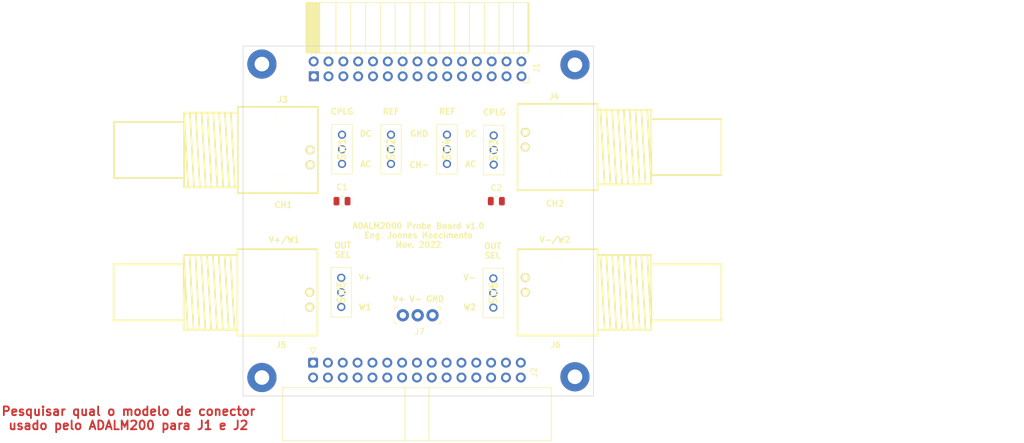
<source format=kicad_pcb>
(kicad_pcb (version 20211014) (generator pcbnew)
  (title_block (title "ADALM2000 Probe Board") (date "2022-11-30") (company "Eng. Jonnes Nascimento") (comment 1 "Others: Blue mask with white silk") (comment 2 "Layers: 4 (2 surfaces and 2 GND central layers)") (comment 3 "Board size: 6 cm x 6 cm"))
  (layers (0 "F.Cu" signal) (31 "B.Cu" signal) (34 "B.Paste" user) (35 "F.Paste" user) (36 "B.SilkS" user "B.Silkscreen") (37 "F.SilkS" user "F.Silkscreen") (38 "B.Mask" user) (39 "F.Mask" user) (44 "Edge.Cuts" user))
  (net 0 "")
  (net 1 "Net-(C1-Pad1)")
  (net 2 "Net-(C1-Pad2)")
  (net 3 "Net-(C2-Pad1)")
  (net 4 "Net-(C2-Pad2)")
  (net 5 "1+")
  (net 6 "1-")
  (net 7 "2+")
  (net 8 "2-")
  (net 9 "GND1")
  (net 10 "GND3")
  (net 11 "V+")
  (net 12 "V-")
  (net 13 "W1")
  (net 14 "W2")
  (net 15 "GND2")
  (net 16 "GND4")
  (net 17 "TI")
  (net 18 "TO")
  (net 19 "0")
  (net 20 "8")
  (net 21 "1")
  (net 22 "9")
  (net 23 "2")
  (net 24 "10")
  (net 25 "3")
  (net 26 "11")
  (net 27 "4")
  (net 28 "12")
  (net 29 "5")
  (net 30 "13")
  (net 31 "6")
  (net 32 "14")
  (net 33 "7")
  (net 34 "15")
  (net 35 "Net-(J3-Pad2)")
  (net 36 "Net-(J4-Pad2)")
  (net 37 "Net-(J5-Pad1)")
  (net 38 "Net-(J6-Pad1)")
  (footprint "digikey-footprints:PinHeader_1x3_P2.54_Drill1.1mm" (layer "F.Cu") (at 145.161 112.395)
    (fp_text reference "J7" (at 2.85 2.794) (layer "F.SilkS"))
    (fp_text value "V+/V- OUT")
    (fp_line (start 6.5 -1.4) (end 6.5 -0.9) (layer "F.SilkS") (width 0.1))
    (fp_line (start -1.4 -1.4) (end -1.4 -0.9) (layer "F.SilkS") (width 0.1))
    (fp_line (start -1.4 1.4) (end -1.4 0.9) (layer "F.SilkS") (width 0.1))
    (fp_line (start 6.5 -1.4) (end 6 -1.4) (layer "F.SilkS") (width 0.1))
    (fp_line (start 6.5 1.4) (end 6.5 0.9) (layer "F.SilkS") (width 0.1))
    (fp_line (start -1.4 1.4) (end -0.9 1.4) (layer "F.SilkS") (width 0.1))
    (fp_line (start -1.4 -1.4) (end -0.9 -1.4) (layer "F.SilkS") (width 0.1))
    (fp_line (start 6.5 1.4) (end 6 1.4) (layer "F.SilkS") (width 0.1))
    (pad "1" thru_hole circle locked (at 0 0) (size 2.1 2.1) (drill 1.1) (layers *.Cu *.Mask) (net 11 "V+"))
    (pad "2" thru_hole circle locked (at 2.54 0) (size 2.1 2.1) (drill 1.1) (layers *.Cu *.Mask) (net 12 "V-"))
    (pad "3" thru_hole circle locked (at 5.08 0) (size 2.1 2.1) (drill 1.1) (layers *.Cu *.Mask) (net 16 "GND4"))
  )
  (footprint "KiCad:SS12D00G3" (layer "F.Cu") (at 160.655 108.585 -90)
    (fp_text reference "SW6" (at 0 0 90) (layer "F.SilkS") (effects (font (size 1.27 1.27) (thickness 0.254))))
    (fp_text value "SW_OUT_2" hide)
    (fp_line (start 4.25 1.75) (end -4.25 1.75) (layer "F.SilkS") (width 0.1))
    (fp_line (start -4.25 -1.75) (end 4.25 -1.75) (layer "F.SilkS") (width 0.1))
    (fp_line (start -4.25 1.75) (end -4.25 -1.75) (layer "F.SilkS") (width 0.1))
    (fp_line (start 4.25 -1.75) (end 4.25 1.75) (layer "F.SilkS") (width 0.1))
    (pad "1" thru_hole circle locked (at -2.5 0 270) (size 1.4 1.4) (drill 0.9) (layers *.Cu *.Mask) (net 12 "V-"))
    (pad "2" thru_hole circle locked (at 0 0 270) (size 1.4 1.4) (drill 0.9) (layers *.Cu *.Mask) (net 38 "Net-(J6-Pad1)"))
    (pad "3" thru_hole circle locked (at 2.5 0 270) (size 1.4 1.4) (drill 0.9) (layers *.Cu *.Mask) (net 14 "W2"))
  )
  (footprint "MountingHole:MountingHole_2.5mm_Pad_TopBottom" (layer "F.Cu") (at 121.031 69.342)
    (fp_text reference "REF**" hide)
    (fp_text value "MountingHole_2.5mm_Pad_TopBottom")
    (pad "1" thru_hole circle (at 0 0) (size 2.9 2.9) (drill 2.5) (layers *.Cu *.Mask))
    (pad "1" connect circle (at 0 0) (size 5 5) (layers "B.Cu" "B.Mask"))
    (pad "1" connect circle (at 0 0) (size 5 5) (layers "F.Cu" "F.Mask"))
  )
  (footprint "w_conn_rf:bnc_90_1-1337543-0" (layer "F.Cu") (at 116.907 84.074 -90)
    (fp_text reference "J3" (at -8.636 -7.68) (layer "F.SilkS") (effects (font (thickness 0.2))))
    (fp_text value "CH1" (at 9.398 -7.807) (layer "F.SilkS") (effects (font (thickness 0.2))))
    (fp_line (start -7.4 0) (end 7.4 0) (layer "F.SilkS") (width 0.3))
    (fp_line (start -6.4 1.2) (end 6.4 0.5) (layer "F.SilkS") (width 0.3))
    (fp_line (start 7.4 0) (end 7.4 -13.7) (layer "F.SilkS") (width 0.3))
    (fp_line (start -6.4 4.2) (end 6.4 3.5) (layer "F.SilkS") (width 0.3))
    (fp_line (start 6.4 9.2) (end 6.4 0) (layer "F.SilkS") (width 0.3))
    (fp_line (start -6.4 9.2) (end 6.4 9.2) (layer "F.SilkS") (width 0.3))
    (fp_line (start -6.4 9.2) (end 6.4 8.5) (layer "F.SilkS") (width 0.3))
    (fp_line (start -6.4 2.2) (end 6.4 1.5) (layer "F.SilkS") (width 0.3))
    (fp_line (start -6.4 8.2) (end 6.4 7.5) (layer "F.SilkS") (width 0.3))
    (fp_line (start -6.4 3.2) (end 6.4 2.5) (layer "F.SilkS") (width 0.3))
    (fp_line (start 4.8 21.2) (end 4.8 9.2) (layer "F.SilkS") (width 0.3))
    (fp_line (start -6.4 9.2) (end -6.4 0) (layer "F.SilkS") (width 0.3))
    (fp_line (start -6.4 5.2) (end 6.4 4.5) (layer "F.SilkS") (width 0.3))
    (fp_line (start -6.4 6.2) (end 6.4 5.5) (layer "F.SilkS") (width 0.3))
    (fp_line (start -6.4 7.2) (end 6.4 6.5) (layer "F.SilkS") (width 0.3))
    (fp_line (start -7.4 -13.7) (end 7.4 -13.7) (layer "F.SilkS") (width 0.3))
    (fp_line (start -4.8 21.2) (end 4.8 21.2) (layer "F.SilkS") (width 0.3))
    (fp_line (start -7.4 -13.7) (end -7.4 0) (layer "F.SilkS") (width 0.3))
    (fp_line (start -4.8 21.2) (end -4.8 9.2) (layer "F.SilkS") (width 0.3))
    (pad "" np_thru_hole circle locked (at 5.08 -7.3 270) (size 2.1 2.1) (drill 2.1) (layers *.Cu *.Mask "F.SilkS"))
    (pad "" np_thru_hole circle locked (at -5.08 -7.3 270) (size 2.1 2.1) (drill 2.1) (layers *.Cu *.Mask "F.SilkS"))
    (pad "1" thru_hole circle locked (at 0 -12.38 270) (size 1.5 1.5) (drill 0.9) (layers *.Cu *.Mask "F.SilkS") (net 2 "Net-(C1-Pad2)"))
    (pad "2" thru_hole circle locked (at 2.54 -12.38 270) (size 1.5 1.5) (drill 0.9) (layers *.Cu *.Mask "F.SilkS") (net 35 "Net-(J3-Pad2)"))
  )
  (footprint "MountingHole:MountingHole_2.5mm_Pad_TopBottom" (layer "F.Cu") (at 121.031 123.063)
    (fp_text reference "REF**" hide)
    (fp_text value "MountingHole_2.5mm_Pad_TopBottom")
    (pad "1" connect circle (at 0 0) (size 5 5) (layers "F.Cu" "F.Mask"))
    (pad "1" connect circle (at 0 0) (size 5 5) (layers "B.Cu" "B.Mask"))
    (pad "1" thru_hole circle (at 0 0) (size 2.9 2.9) (drill 2.5) (layers *.Cu *.Mask))
  )
  (footprint "MountingHole:MountingHole_2.5mm_Pad_TopBottom" (layer "F.Cu") (at 174.625 69.469)
    (fp_text reference "REF**" hide)
    (fp_text value "MountingHole_2.5mm_Pad_TopBottom")
    (pad "1" connect circle (at 0 0) (size 5 5) (layers "F.Cu" "F.Mask"))
    (pad "1" connect circle (at 0 0) (size 5 5) (layers "B.Cu" "B.Mask"))
    (pad "1" thru_hole circle (at 0 0) (size 2.9 2.9) (drill 2.5) (layers *.Cu *.Mask))
  )
  (footprint "KiCad:SS12D00G3" (layer "F.Cu") (at 160.716 84.074 -90)
    (fp_text reference "SW3" (at 0 0 90) (layer "F.SilkS") (effects (font (size 1.27 1.27) (thickness 0.254))))
    (fp_text value "SW_CH2_CPL" hide)
    (fp_line (start 4.25 1.75) (end -4.25 1.75) (layer "F.SilkS") (width 0.1))
    (fp_line (start -4.25 1.75) (end -4.25 -1.75) (layer "F.SilkS") (width 0.1))
    (fp_line (start -4.25 -1.75) (end 4.25 -1.75) (layer "F.SilkS") (width 0.1))
    (fp_line (start 4.25 -1.75) (end 4.25 1.75) (layer "F.SilkS") (width 0.1))
    (pad "1" thru_hole circle locked (at -2.5 0 270) (size 1.4 1.4) (drill 0.9) (layers *.Cu *.Mask) (net 4 "Net-(C2-Pad2)"))
    (pad "2" thru_hole circle locked (at 0 0 270) (size 1.4 1.4) (drill 0.9) (layers *.Cu *.Mask) (net 7 "2+"))
    (pad "3" thru_hole circle locked (at 2.5 0 270) (size 1.4 1.4) (drill 0.9) (layers *.Cu *.Mask) (net 3 "Net-(C2-Pad1)"))
  )
  (footprint "Jonnes Library:PinSocket_2x15_P2.54mm_Horizontal" (layer "F.Cu") (at 147.701 63.119)
    (fp_text reference "J1" (at 20.32 6.858 90) (layer "F.SilkS"))
    (fp_text value "ADALM200 INPUT")
    (fp_line (start -10.54905 6.825) (end -10.54905 7.265) (layer "F.SilkS") (width 0.12))
    (fp_line (start 3.78095 -4.315) (end 3.78095 4.315) (layer "F.SilkS") (width 0.12))
    (fp_line (start -17.943095 -4.315) (end -17.943095 4.315) (layer "F.SilkS") (width 0.12))
    (fp_line (start 11.40095 -4.315) (end 11.40095 4.315) (layer "F.SilkS") (width 0.12))
    (fp_line (start 14.85095 6.825) (end 14.85095 7.265) (layer "F.SilkS") (width 0.12))
    (fp_line (start -16.998335 -4.315) (end -16.998335 4.315) (layer "F.SilkS") (width 0.12))
    (fp_line (start 13.94095 -4.315) (end 13.94095 4.315) (layer "F.SilkS") (width 0.12))
    (fp_line (start -18.76976 -4.315) (end -18.76976 4.315) (layer "F.SilkS") (width 0.12))
    (fp_line (start 5.41095 6.825) (end 5.41095 7.265) (layer "F.SilkS") (width 0.12))
    (fp_line (start -16.88024 -4.315) (end -16.88024 4.315) (layer "F.SilkS") (width 0.12))
    (fp_line (start 7.95095 4.315) (end 7.95095 4.725) (layer "F.SilkS") (width 0.12))
    (fp_line (start -17.470715 -4.315) (end -17.470715 4.315) (layer "F.SilkS") (width 0.12))
    (fp_line (start -6.37905 -4.315) (end -6.37905 4.315) (layer "F.SilkS") (width 0.12))
    (fp_line (start -17.58881 -4.315) (end -17.58881 4.315) (layer "F.SilkS") (width 0.12))
    (fp_line (start 18.842855 -4.315) (end 18.842855 4.315) (layer "F.SilkS") (width 0.12))
    (fp_line (start -10.54905 4.315) (end -10.54905 4.725) (layer "F.SilkS") (width 0.12))
    (fp_line (start 9.77095 6.825) (end 9.77095 7.265) (layer "F.SilkS") (width 0.12))
    (fp_line (start 10.49095 6.825) (end 10.49095 7.265) (layer "F.SilkS") (width 0.12))
    (fp_line (start 18.11095 6.825) (end 18.11095 7.205) (layer "F.SilkS") (width 0.12))
    (fp_line (start 8.86095 -4.315) (end 8.86095 4.315) (layer "F.SilkS") (width 0.12))
    (fp_line (start -18.887855 -4.315) (end -18.887855 4.315) (layer "F.SilkS") (width 0.12))
    (fp_line (start -4.74905 4.315) (end -4.74905 4.725) (layer "F.SilkS") (width 0.12))
    (fp_line (start -12.36905 4.315) (end -12.36905 4.725) (layer "F.SilkS") (width 0.12))
    (fp_line (start -17.35262 -4.315) (end -17.35262 4.315) (layer "F.SilkS") (width 0.12))
    (fp_line (start -17.706905 -4.315) (end -17.706905 4.315) (layer "F.SilkS") (width 0.12))
    (fp_line (start 10.49095 4.315) (end 10.49095 4.725) (layer "F.SilkS") (width 0.12))
    (fp_line (start 0.33095 4.315) (end 0.33095 4.725) (layer "F.SilkS") (width 0.12))
    (fp_line (start 4.69095 6.825) (end 4.69095 7.265) (layer "F.SilkS") (width 0.12))
    (fp_line (start -7.28905 4.315) (end -7.28905 4.725) (layer "F.SilkS") (width 0.12))
    (fp_line (start -18.651665 -4.315) (end -18.651665 4.315) (layer "F.SilkS") (width 0.12))
    (fp_line (start -15.62905 4.315) (end -15.62905 4.725) (layer "F.SilkS") (width 0.12))
    (fp_line (start -0.38905 6.825) (end -0.38905 7.265) (layer "F.SilkS") (width 0.12))
    (fp_line (start 7.23095 4.315) (end 7.23095 4.725) (layer "F.SilkS") (width 0.12))
    (fp_line (start -17.44905 6.825) (end -17.44905 7.265) (layer "F.SilkS") (width 0.12))
    (fp_line (start 13.03095 6.825) (end 13.03095 7.265) (layer "F.SilkS") (width 0.12))
    (fp_line (start -2.92905 4.315) (end -2.92905 4.725) (layer "F.SilkS") (width 0.12))
    (fp_line (start -18.16905 4.315) (end -18.16905 4.725) (layer "F.SilkS") (width 0.12))
    (fp_line (start -16.762145 -4.315) (end -16.762145 4.315) (layer "F.SilkS") (width 0.12))
    (fp_line (start -7.28905 6.825) (end -7.28905 7.265) (layer "F.SilkS") (width 0.12))
    (fp_line (start 19.08095 4.315) (end -19.13905 4.315) (layer "F.SilkS") (width 0.12))
    (fp_line (start 14.85095 4.315) (end 14.85095 4.725) (layer "F.SilkS") (width 0.12))
    (fp_line (start -18.16905 6.825) (end -18.16905 7.265) (layer "F.SilkS") (width 0.12))
    (fp_line (start 7.95095 6.825) (end 7.95095 7.265) (layer "F.SilkS") (width 0.12))
    (fp_line (start -13.08905 4.315) (end -13.08905 4.725) (layer "F.SilkS") (width 0.12))
    (fp_line (start -11.45905 -4.315) (end -11.45905 4.315) (layer "F.SilkS") (width 0.12))
    (fp_line (start 2.15095 6.825) (end 2.15095 7.265) (layer "F.SilkS") (width 0.12))
    (fp_line (start -14.90905 4.315) (end -14.90905 4.725) (layer "F.SilkS") (width 0.12))
    (fp_line (start 4.69095 4.315) (end 4.69095 4.725) (layer "F.SilkS") (width 0.12))
    (fp_line (start -9.82905 4.315) (end -9.82905 4.725) (layer "F.SilkS") (width 0.12))
    (fp_line (start 13.03095 4.315) (end 13.03095 4.725) (layer "F.SilkS") (width 0.12))
    (fp_line (start 6.32095 -4.315) (end 6.32095 4.315) (layer "F.SilkS") (width 0.12))
    (fp_line (start 15.57095 4.315) (end 15.57095 4.725) (layer "F.SilkS") (width 0.12))
    (fp_line (start -8.00905 4.315) (end -8.00905 4.725) (layer "F.SilkS") (width 0.12))
    (fp_line (start -8.00905 6.825) (end -8.00905 7.265) (layer "F.SilkS") (width 0.12))
    (fp_line (start 2.87095 6.825) (end 2.87095 7.265) (layer "F.SilkS") (width 0.12))
    (fp_line (start 12.31095 4.315) (end 12.31095 4.725) (layer "F.SilkS") (width 0.12))
    (fp_line (start 18.11095 4.315) (end 18.11095 4.725) (layer "F.SilkS") (width 0.12))
    (fp_line (start -5.46905 4.315) (end -5.46905 4.725) (layer "F.SilkS") (width 0.12))
    (fp_line (start -19.13905 -4.315) (end -19.13905 4.315) (layer "F.SilkS") (width 0.12))
    (fp_line (start 7.23095 6.825) (end 7.23095 7.265) (layer "F.SilkS") (width 0.12))
    (fp_line (start 2.15095 4.315) (end 2.15095 4.725) (layer "F.SilkS") (width 0.12))
    (fp_line (start -12.36905 6.825) (end -12.36905 7.265) (layer "F.SilkS") (width 0.12))
    (fp_line (start -13.99905 -4.315) (end -13.99905 4.315) (layer "F.SilkS") (width 0.12))
    (fp_line (start -17.44905 4.315) (end -17.44905 4.725) (layer "F.SilkS") (width 0.12))
    (fp_line (start -18.179285 -4.315) (end -18.179285 4.315) (layer "F.SilkS") (width 0.12))
    (fp_line (start -18.06119 -4.315) (end -18.06119 4.315) (layer "F.SilkS") (width 0.12))
    (fp_line (start -14.90905 6.825) (end -14.90905 7.265) (layer "F.SilkS") (width 0.12))
    (fp_line (start 9.77095 4.315) (end 9.77095 4.725) (layer "F.SilkS") (width 0.12))
    (fp_line (start 19.08095 9.425) (end 17.75095 9.425) (layer "F.SilkS") (width 0.12))
    (fp_line (start -0.38905 4.315) (end -0.38905 4.725) (layer "F.SilkS") (width 0.12))
    (fp_line (start -2.92905 6.825) (end -2.92905 7.265) (layer "F.SilkS") (width 0.12))
    (fp_line (start 0.33095 6.825) (end 0.33095 7.265) (layer "F.SilkS") (width 0.12))
    (fp_line (start -17.11643 -4.315) (end -17.11643 4.315) (layer "F.SilkS") (width 0.12))
    (fp_line (start -5.46905 6.825) (end -5.46905 7.265) (layer "F.SilkS") (width 0.12))
    (fp_line (start 19.08095 -4.315) (end -19.13905 -4.315) (layer "F.SilkS") (width 0.12))
    (fp_line (start -9.82905 6.825) (end -9.82905 7.265) (layer "F.SilkS") (width 0.12))
    (fp_line (start -15.62905 6.825) (end -15.62905 7.265) (layer "F.SilkS") (width 0.12))
    (fp_line (start -18.29738 -4.315) (end -18.29738 4.315) (layer "F.SilkS") (width 0.12))
    (fp_line (start 19.08095 8.315) (end 19.08095 9.425) (layer "F.SilkS") (width 0.12))
    (fp_line (start 18.96095 -4.315) (end 18.96095 4.315) (layer "F.SilkS") (width 0.12))
    (fp_line (start -17.234525 -4.315) (end -17.234525 4.315) (layer "F.SilkS") (width 0.12))
    (fp_line (start 2.87095 4.315) (end 2.87095 4.725) (layer "F.SilkS") (width 0.12))
    (fp_line (start -3.83905 -4.315) (end -3.83905 4.315) (layer "F.SilkS") (width 0.12))
    (fp_line (start 19.08095 -4.315) (end 19.08095 4.315) (layer "F.SilkS") (width 0.12))
    (fp_line (start 1.24095 -4.315) (end 1.24095 4.315) (layer "F.SilkS") (width 0.12))
    (fp_line (start 12.31095 6.825) (end 12.31095 7.265) (layer "F.SilkS") (width 0.12))
    (fp_line (start -4.74905 6.825) (end -4.74905 7.265) (layer "F.SilkS") (width 0.12))
    (fp_line (start -2.20905 4.315) (end -2.20905 4.725) (layer "F.SilkS") (width 0.12))
    (fp_line (start -17.825 -4.315) (end -17.825 4.315) (layer "F.SilkS") (width 0.12))
    (fp_line (start 17.39095 6.825) (end 17.39095 7.205) (layer "F.SilkS") (width 0.12))
    (fp_line (start -18.415475 -4.315) (end -18.415475 4.315) (layer "F.SilkS") (width 0.12))
    (fp_line (start -8.91905 -4.315) (end -8.91905 4.315) (layer "F.SilkS") (width 0.12))
    (fp_line (start -2.20905 6.825) (end -2.20905 7.265) (layer "F.SilkS") (width 0.12))
    (fp_line (start 17.39095 4.315) (end 17.39095 4.725) (layer "F.SilkS") (width 0.12))
    (fp_line (start -19.005955 -4.315) (end -19.005955 4.315) (layer "F.SilkS") (width 0.12))
    (fp_line (start -18.53357 -4.315) (end -18.53357 4.315) (layer "F.SilkS") (width 0.12))
    (fp_line (start 15.57095 6.825) (end 15.57095 7.265) (layer "F.SilkS") (width 0.12))
    (fp_line (start -13.08905 6.825) (end -13.08905 7.265) (layer "F.SilkS") (width 0.12))
    (fp_line (start 16.375 -4.34) (end 16.375 4.29) (layer "F.SilkS") (width 0.12))
    (fp_line (start 5.41095 4.315) (end 5.41095 4.725) (layer "F.SilkS") (width 0.12))
    (fp_line (start -1.29905 -4.315) (end -1.29905 4.315) (layer "F.SilkS") (width 0.12))
    (pad "1" thru_hole rect (at -17.78 8.315 270) (size 1.7 1.7) (drill 1) (layers *.Cu *.Mask) (net 5 "1+"))
    (pad "2" thru_hole oval (at -15.26905 8.315 270) (size 1.7 1.7) (drill 1) (layers *.Cu *.Mask) (net 6 "1-"))
    (pad "3" thru_hole oval (at -12.72905 8.315 270) (size 1.7 1.7) (drill 1) (layers *.Cu *.Mask) (net 7 "2+"))
    (pad "4" thru_hole oval (at -10.18905 8.315 270) (size 1.7 1.7) (drill 1) (layers *.Cu *.Mask) (net 8 "2-"))
    (pad "5" thru_hole oval (at -7.64905 8.315 270) (size 1.7 1.7) (drill 1) (layers *.Cu *.Mask) (net 9 "GND1"))
    (pad "6" thru_hole oval (at -5.10905 8.315 270) (size 1.7 1.7) (drill 1) (layers *.Cu *.Mask) (net 10 "GND3"))
    (pad "7" thru_hole oval (at -2.56905 8.315 270) (size 1.7 1.7) (drill 1) (layers *.Cu *.Mask) (net 11 "V+"))
    (pad "8" thru_hole oval (at -0.02905 8.315 270) (size 1.7 1.7) (drill 1) (layers *.Cu *.Mask) (net 12 "V-"))
    (pad "9" thru_hole oval (at 2.51095 8.315 270) (size 1.7 1.7) (drill 1) (layers *.Cu *.Mask) (net 13 "W1"))
    (pad "10" thru_hole oval (at 5.05095 8.315 270) (size 1.7 1.7) (drill 1) (layers *.Cu *.Mask) (net 14 "W2"))
    (pad "11" thru_hole oval (at 7.59095 8.315 270) (size 1.7 1.7) (drill 1) (layers *.Cu *.Mask) (net 15 "GND2"))
    (pad "12" thru_hole oval (at 10.13095 8.315 270) (size 1.7 1.7) (drill 1) (layers *.Cu *.Mask) (net 16 "GND4"))
    (pad "13" thru_hole oval (at 12.67095 8.315 270) (size 1.7 1.7) (drill 1) (layers *.Cu *.Mask) (net 17 "TI"))
    (pad "14" thru_hole oval (at 15.21095 8.315 270) (size 1.7 1.7) (drill 1) (layers *.Cu *.Mask) (net 18 "TO"))
    (pad "15" thru_hole oval (at 17.78 8.315 270) (size 1.7 1.7) (drill 1) (layers *.Cu *.Mask) (net 19 "0"))
    (pad "16" thru_hole oval (at -17.80905 5.775 270) (size 1.7 1.7) (drill 1) (layers *.Cu *.Mask) (net 20 "8"))
    (pad "17" thru_hole oval (at -15.26905 5.775 270) (size 1.7 1.7) (drill 1) (layers *.Cu *.Mask) (net 21 "1"))
    (pad "18" thru_hole oval (at -12.72905 5.775 270) (size 1.7 1.7) (drill 1) (layers *.Cu *.Mask) (net 22 "9"))
    (pad "19" thru_hole oval (at -10.18905 5.775 270) (size 1.7 1.7) (drill 1) (layers *.Cu *.Mask) (net 23 "2"))
    (pad "20" thru_hole oval (at -7.64905 5.775 270) (size 1.7 1.7) (drill 1) (layers *.Cu *.Mask) (net 24 "10"))
    (pad "21" thru_hole oval (at -5.10905 5.775 270) (size 1.7 1.7) (drill 1) (layers *.Cu *.Mask) (net 25 "3"))
    (pad "22" thru_hole oval (at -2.56905 5.775 270) (size 1.7 1.7) (drill 1) (layers *.Cu *.Mask) (net 26 "11"))
    (pad "23" thru_hole oval (at -0.02905 5.775 270) (size 1.7 1.7) (drill 1) (layers *.Cu *.Mask) (net 27 "4"))
    (pad "24" thru_hole oval (at 2.51095 5.775 270) (size 1.7 1.7) (drill 1) (layers *.Cu *.Mask) (net 28 "12"))
    (pad "25" thru_hole oval (at 5.05095 5.775 270) (size 1.7 1.7) (drill 1) (layers *.Cu *.Mask) (net 29 "5"))
    (pad "26" thru_hole oval (at 7.59095 5.775 270) (size 1.7 1.7) (drill 1) (layers *.Cu *.Mask) (net 30 "13"))
    (pad "27" thru_hole oval (at 10.13095 5.775 270) (size 1.7 1.7) (drill 1) (layers *.Cu *.Mask) (net 31 "6"))
    (pad "28" thru_hole oval (at 12.67095 5.775 270) (size 1.7 1.7) (drill 1) (layers *.Cu *.Mask) (net 32 "14"))
    (pad "29" thru_hole oval (at 15.21095 5.775 270) (size 1.7 1.7) (drill 1) (layers *.Cu *.Mask) (net 33 "7"))
    (pad "30" thru_hole oval (at 17.75095 5.775 270) (size 1.7 1.7) (drill 1) (layers *.Cu *.Mask) (net 34 "15"))
  )
  (footprint "KiCad:SS12D00G3" (layer "F.Cu") (at 152.715 83.947 -90)
    (fp_text reference "SW4" (at 0 0 90) (layer "F.SilkS") (effects (font (size 1.27 1.27) (thickness 0.254))))
    (fp_text value "SW_CH2_GND_REF" hide)
    (fp_line (start 4.25 -1.75) (end 4.25 1.75) (layer "F.SilkS") (width 0.1))
    (fp_line (start -4.25 -1.75) (end 4.25 -1.75) (layer "F.SilkS") (width 0.1))
    (fp_line (start 4.25 1.75) (end -4.25 1.75) (layer "F.SilkS") (width 0.1))
    (fp_line (start -4.25 1.75) (end -4.25 -1.75) (layer "F.SilkS") (width 0.1))
    (pad "1" thru_hole circle locked (at -2.5 0 270) (size 1.4 1.4) (drill 0.9) (layers *.Cu *.Mask) (net 10 "GND3"))
    (pad "2" thru_hole circle locked (at 0 0 270) (size 1.4 1.4) (drill 0.9) (layers *.Cu *.Mask) (net 36 "Net-(J4-Pad2)"))
    (pad "3" thru_hole circle locked (at 2.5 0 270) (size 1.4 1.4) (drill 0.9) (layers *.Cu *.Mask) (net 8 "2-"))
  )
  (footprint "KiCad:SS12D00G3" (layer "F.Cu") (at 143.129 83.947 -90)
    (fp_text reference "SW2" (at 0 0 90) (layer "F.SilkS") (effects (font (size 1.27 1.27) (thickness 0.254))))
    (fp_text value "SW_CH1_GND_REF" hide)
    (fp_line (start -4.25 -1.75) (end 4.25 -1.75) (layer "F.SilkS") (width 0.1))
    (fp_line (start 4.25 -1.75) (end 4.25 1.75) (layer "F.SilkS") (width 0.1))
    (fp_line (start 4.25 1.75) (end -4.25 1.75) (layer "F.SilkS") (width 0.1))
    (fp_line (start -4.25 1.75) (end -4.25 -1.75) (layer "F.SilkS") (width 0.1))
    (pad "1" thru_hole circle locked (at -2.5 0 270) (size 1.4 1.4) (drill 0.9) (layers *.Cu *.Mask) (net 9 "GND1"))
    (pad "2" thru_hole circle locked (at 0 0 270) (size 1.4 1.4) (drill 0.9) (layers *.Cu *.Mask) (net 35 "Net-(J3-Pad2)"))
    (pad "3" thru_hole circle locked (at 2.5 0 270) (size 1.4 1.4) (drill 0.9) (layers *.Cu *.Mask) (net 6 "1-"))
  )
  (footprint "MountingHole:MountingHole_2.5mm_Pad_TopBottom" (layer "F.Cu") (at 174.625 122.936)
    (fp_text reference "REF**" hide)
    (fp_text value "MountingHole_2.5mm_Pad_TopBottom")
    (pad "1" connect circle (at 0 0) (size 5 5) (layers "B.Cu" "B.Mask"))
    (pad "1" connect circle (at 0 0) (size 5 5) (layers "F.Cu" "F.Mask"))
    (pad "1" thru_hole circle (at 0 0) (size 2.9 2.9) (drill 2.5) (layers *.Cu *.Mask))
  )
  (footprint "KiCad:SS12D00G3" (layer "F.Cu") (at 134.62 108.4675 -90)
    (fp_text reference "SW5" (at 0 0 90) (layer "F.SilkS") (effects (font (size 1.27 1.27) (thickness 0.254))))
    (fp_text value "SW_OUT_1" hide)
    (fp_line (start 4.25 -1.75) (end 4.25 1.75) (layer "F.SilkS") (width 0.1))
    (fp_line (start 4.25 1.75) (end -4.25 1.75) (layer "F.SilkS") (width 0.1))
    (fp_line (start -4.25 1.75) (end -4.25 -1.75) (layer "F.SilkS") (width 0.1))
    (fp_line (start -4.25 -1.75) (end 4.25 -1.75) (layer "F.SilkS") (width 0.1))
    (pad "1" thru_hole circle locked (at -2.5 0 270) (size 1.4 1.4) (drill 0.9) (layers *.Cu *.Mask) (net 11 "V+"))
    (pad "2" thru_hole circle locked (at 0 0 270) (size 1.4 1.4) (drill 0.9) (layers *.Cu *.Mask) (net 37 "Net-(J5-Pad1)"))
    (pad "3" thru_hole circle locked (at 2.5 0 270) (size 1.4 1.4) (drill 0.9) (layers *.Cu *.Mask) (net 13 "W1"))
  )
  (footprint "w_conn_rf:bnc_90_1-1337543-0" (layer "F.Cu") (at 178.495 108.4675 90)
    (fp_text reference "J6" (at -9.0075 -7.172 180) (layer "F.SilkS") (effects (font (thickness 0.2))))
    (fp_text value "V-/W2" (at 9.0265 -7.299 180) (layer "F.SilkS") (effects (font (thickness 0.2))))
    (fp_line (start -7.4 -13.7) (end 7.4 -13.7) (layer "F.SilkS") (width 0.3))
    (fp_line (start 6.4 9.2) (end 6.4 0) (layer "F.SilkS") (width 0.3))
    (fp_line (start -6.4 9.2) (end 6.4 9.2) (layer "F.SilkS") (width 0.3))
    (fp_line (start -6.4 3.2) (end 6.4 2.5) (layer "F.SilkS") (width 0.3))
    (fp_line (start -6.4 6.2) (end 6.4 5.5) (layer "F.SilkS") (width 0.3))
    (fp_line (start 4.8 21.2) (end 4.8 9.2) (layer "F.SilkS") (width 0.3))
    (fp_line (start -4.8 21.2) (end 4.8 21.2) (layer "F.SilkS") (width 0.3))
    (fp_line (start -6.4 1.2) (end 6.4 0.5) (layer "F.SilkS") (width 0.3))
    (fp_line (start -6.4 9.2) (end 6.4 8.5) (layer "F.SilkS") (width 0.3))
    (fp_line (start -6.4 2.2) (end 6.4 1.5) (layer "F.SilkS") (width 0.3))
    (fp_line (start -6.4 9.2) (end -6.4 0) (layer "F.SilkS") (width 0.3))
    (fp_line (start -6.4 4.2) (end 6.4 3.5) (layer "F.SilkS") (width 0.3))
    (fp_line (start -6.4 7.2) (end 6.4 6.5) (layer "F.SilkS") (width 0.3))
    (fp_line (start -7.4 -13.7) (end -7.4 0) (layer "F.SilkS") (width 0.3))
    (fp_line (start -6.4 5.2) (end 6.4 4.5) (layer "F.SilkS") (width 0.3))
    (fp_line (start -4.8 21.2) (end -4.8 9.2) (layer "F.SilkS") (width 0.3))
    (fp_line (start 7.4 0) (end 7.4 -13.7) (layer "F.SilkS") (width 0.3))
    (fp_line (start -6.4 8.2) (end 6.4 7.5) (layer "F.SilkS") (width 0.3))
    (fp_line (start -7.4 0) (end 7.4 0) (layer "F.SilkS") (width 0.3))
    (pad "" np_thru_hole circle locked (at 5.08 -7.3 90) (size 2.1 2.1) (drill 2.1) (layers *.Cu *.Mask "F.SilkS"))
    (pad "" np_thru_hole circle locked (at -5.08 -7.3 90) (size 2.1 2.1) (drill 2.1) (layers *.Cu *.Mask "F.SilkS"))
    (pad "1" thru_hole circle locked (at 0 -12.38 90) (size 1.5 1.5) (drill 0.9) (layers *.Cu *.Mask "F.SilkS") (net 38 "Net-(J6-Pad1)"))
    (pad "2" thru_hole circle locked (at 2.54 -12.38 90) (size 1.5 1.5) (drill 0.9) (layers *.Cu *.Mask "F.SilkS") (net 16 "GND4"))
  )
  (footprint "w_conn_rf:bnc_90_1-1337543-0" (layer "F.Cu") (at 116.84 108.4675 -90)
    (fp_text reference "J5" (at 9.0075 -7.493 180) (layer "F.SilkS") (effects (font (thickness 0.2))))
    (fp_text value "V+/W1" (at -9.0265 -8.001 180) (layer "F.SilkS") (effects (font (thickness 0.2))))
    (fp_line (start -4.8 21.2) (end 4.8 21.2) (layer "F.SilkS") (width 0.3))
    (fp_line (start -6.4 7.2) (end 6.4 6.5) (layer "F.SilkS") (width 0.3))
    (fp_line (start -6.4 3.2) (end 6.4 2.5) (layer "F.SilkS") (width 0.3))
    (fp_line (start -6.4 9.2) (end -6.4 0) (layer "F.SilkS") (width 0.3))
    (fp_line (start -7.4 0) (end 7.4 0) (layer "F.SilkS") (width 0.3))
    (fp_line (start -6.4 6.2) (end 6.4 5.5) (layer "F.SilkS") (width 0.3))
    (fp_line (start -6.4 4.2) (end 6.4 3.5) (layer "F.SilkS") (width 0.3))
    (fp_line (start -6.4 5.2) (end 6.4 4.5) (layer "F.SilkS") (width 0.3))
    (fp_line (start -6.4 1.2) (end 6.4 0.5) (layer "F.SilkS") (width 0.3))
    (fp_line (start 4.8 21.2) (end 4.8 9.2) (layer "F.SilkS") (width 0.3))
    (fp_line (start -6.4 8.2) (end 6.4 7.5) (layer "F.SilkS") (width 0.3))
    (fp_line (start 7.4 0) (end 7.4 -13.7) (layer "F.SilkS") (width 0.3))
    (fp_line (start 6.4 9.2) (end 6.4 0) (layer "F.SilkS") (width 0.3))
    (fp_line (start -7.4 -13.7) (end -7.4 0) (layer "F.SilkS") (width 0.3))
    (fp_line (start -6.4 9.2) (end 6.4 8.5) (layer "F.SilkS") (width 0.3))
    (fp_line (start -7.4 -13.7) (end 7.4 -13.7) (layer "F.SilkS") (width 0.3))
    (fp_line (start -4.8 21.2) (end -4.8 9.2) (layer "F.SilkS") (width 0.3))
    (fp_line (start -6.4 9.2) (end 6.4 9.2) (layer "F.SilkS") (width 0.3))
    (fp_line (start -6.4 2.2) (end 6.4 1.5) (layer "F.SilkS") (width 0.3))
    (pad "" np_thru_hole circle locked (at -5.08 -7.3 270) (size 2.1 2.1) (drill 2.1) (layers *.Cu *.Mask "F.SilkS"))
    (pad "" np_thru_hole circle locked (at 5.08 -7.3 270) (size 2.1 2.1) (drill 2.1) (layers *.Cu *.Mask "F.SilkS"))
    (pad "1" thru_hole circle locked (at 0 -12.38 270) (size 1.5 1.5) (drill 0.9) (layers *.Cu *.Mask "F.SilkS") (net 37 "Net-(J5-Pad1)"))
    (pad "2" thru_hole circle locked (at 2.54 -12.38 270) (size 1.5 1.5) (drill 0.9) (layers *.Cu *.Mask "F.SilkS") (net 15 "GND2"))
  )
  (footprint "Jonnes Library:IDC-Header_2x15_P2.54mm_Horizontal - Pin 1 on left from front view" (layer "F.Cu") (at 165.354 120.523 -90)
    (fp_text reference "J2" (at 1.651 -2.286 -90) (layer "F.SilkS"))
    (fp_text value "MODULE OUTPUT")
    (fp_line (start -2.54 36.06) (end -1.54 35.56) (layer "F.SilkS") (width 0.12))
    (fp_line (start 13.39 -5.21) (end 13.39 40.77) (layer "F.SilkS") (width 0.12))
    (fp_line (start -2.54 35.06) (end -2.54 36.06) (layer "F.SilkS") (width 0.12))
    (fp_line (start -1.54 35.56) (end -2.54 35.06) (layer "F.SilkS") (width 0.12))
    (fp_line (start 4.27 40.77) (end 4.27 -5.21) (layer "F.SilkS") (width 0.12))
    (fp_line (start 4.27 15.73) (end 13.39 15.73) (layer "F.SilkS") (width 0.12))
    (fp_line (start 4.27 -5.21) (end 13.39 -5.21) (layer "F.SilkS") (width 0.12))
    (fp_line (start 4.27 19.83) (end 13.39 19.83) (layer "F.SilkS") (width 0.12))
    (fp_line (start 13.39 40.77) (end 4.27 40.77) (layer "F.SilkS") (width 0.12))
    (pad "1" thru_hole roundrect (at 0 35.56 270) (size 1.7 1.7) (drill 1) (layers *.Cu *.Mask) (roundrect_rratio 0.147059) (net 5 "1+"))
    (pad "2" thru_hole circle (at 0 33.02 270) (size 1.7 1.7) (drill 1) (layers *.Cu *.Mask) (net 6 "1-"))
    (pad "3" thru_hole circle (at 0 30.48 270) (size 1.7 1.7) (drill 1) (layers *.Cu *.Mask) (net 7 "2+"))
    (pad "4" thru_hole circle (at 0 27.94 270) (size 1.7 1.7) (drill 1) (layers *.Cu *.Mask) (net 8 "2-"))
    (pad "5" thru_hole circle (at 0 25.4 270) (size 1.7 1.7) (drill 1) (layers *.Cu *.Mask) (net 9 "GND1"))
    (pad "6" thru_hole circle (at 0 22.86 270) (size 1.7 1.7) (drill 1) (layers *.Cu *.Mask) (net 10 "GND3"))
    (pad "7" thru_hole circle (at 0 20.32 270) (size 1.7 1.7) (drill 1) (layers *.Cu *.Mask) (net 11 "V+"))
    (pad "8" thru_hole circle (at 0 17.78 270) (size 1.7 1.7) (drill 1) (layers *.Cu *.Mask) (net 12 "V-"))
    (pad "9" thru_hole circle (at 0 15.24 270) (size 1.7 1.7) (drill 1) (layers *.Cu *.Mask) (net 13 "W1"))
    (pad "10" thru_hole circle (at 0 12.7 270) (size 1.7 1.7) (drill 1) (layers *.Cu *.Mask) (net 14 "W2"))
    (pad "11" thru_hole circle (at 0 10.16 270) (size 1.7 1.7) (drill 1) (layers *.Cu *.Mask) (net 15 "GND2"))
    (pad "12" thru_hole circle (at 0 7.62 270) (size 1.7 1.7) (drill 1) (layers *.Cu *.Mask) (net 16 "GND4"))
    (pad "13" thru_hole circle (at 0 5.08 270) (size 1.7 1.7) (drill 1) (layers *.Cu *.Mask) (net 17 "TI"))
    (pad "14" thru_hole circle (at 0 2.54 270) (size 1.7 1.7) (drill 1) (layers *.Cu *.Mask) (net 18 "TO"))
    (pad "15" thru_hole circle (at 0 0 270) (size 1.7 1.7) (drill 1) (layers *.Cu *.Mask) (net 19 "0"))
    (pad "16" thru_hole circle (at 2.54 35.56 270) (size 1.7 1.7) (drill 1) (layers *.Cu *.Mask) (net 20 "8"))
    (pad "17" thru_hole circle (at 2.54 33.02 270) (size 1.7 1.7) (drill 1) (layers *.Cu *.Mask) (net 21 "1"))
    (pad "18" thru_hole circle (at 2.54 30.48 270) (size 1.7 1.7) (drill 1) (layers *.Cu *.Mask) (net 22 "9"))
    (pad "19" thru_hole circle (at 2.54 27.94 270) (size 1.7 1.7) (drill 1) (layers *.Cu *.Mask) (net 23 "2"))
    (pad "20" thru_hole circle (at 2.54 25.4 270) (size 1.7 1.7) (drill 1) (layers *.Cu *.Mask) (net 24 "10"))
    (pad "21" thru_hole circle (at 2.54 22.86 270) (size 1.7 1.7) (drill 1) (layers *.Cu *.Mask) (net 25 "3"))
    (pad "22" thru_hole circle (at 2.54 20.32 270) (size 1.7 1.7) (drill 1) (layers *.Cu *.Mask) (net 26 "11"))
    (pad "23" thru_hole circle (at 2.54 17.78 270) (size 1.7 1.7) (drill 1) (layers *.Cu *.Mask) (net 27 "4"))
    (pad "24" thru_hole circle (at 2.54 15.24 270) (size 1.7 1.7) (drill 1) (layers *.Cu *.Mask) (net 28 "12"))
    (pad "25" thru_hole circle (at 2.54 12.7 270) (size 1.7 1.7) (drill 1) (layers *.Cu *.Mask) (net 29 "5"))
    (pad "26" thru_hole circle (at 2.54 10.16 270) (size 1.7 1.7) (drill 1) (layers *.Cu *.Mask) (net 30 "13"))
    (pad "27" thru_hole circle (at 2.54 7.62 270) (size 1.7 1.7) (drill 1) (layers *.Cu *.Mask) (net 31 "6"))
    (pad "28" thru_hole circle (at 2.54 5.08 270) (size 1.7 1.7) (drill 1) (layers *.Cu *.Mask) (net 32 "14"))
    (pad "29" thru_hole circle (at 2.54 2.54 270) (size 1.7 1.7) (drill 1) (layers *.Cu *.Mask) (net 33 "7"))
    (pad "30" thru_hole circle (at 2.54 0 270) (size 1.7 1.7) (drill 1) (layers *.Cu *.Mask) (net 34 "15"))
  )
  (footprint "Capacitor_SMD:C_0805_2012Metric" (layer "F.Cu") (at 161.163 92.837)
    (fp_text reference "C2" (at 0 -2.286) (layer "F.SilkS"))
    (fp_text value "0.1uF")
    (fp_line (start -0.261252 0.735) (end 0.261252 0.735) (layer "F.SilkS") (width 0.12))
    (fp_line (start -0.261252 -0.735) (end 0.261252 -0.735) (layer "F.SilkS") (width 0.12))
    (pad "1" smd roundrect (at -0.95 0) (size 1 1.45) (layers "F.Cu" "F.Paste" "F.Mask") (net 3 "Net-(C2-Pad1)"))
    (pad "2" smd roundrect (at 0.95 0) (size 1 1.45) (layers "F.Cu" "F.Paste" "F.Mask") (net 4 "Net-(C2-Pad2)"))
  )
  (footprint "KiCad:SS12D00G3" (layer "F.Cu") (at 134.747 83.947 -90)
    (fp_text reference "SW1" (at 0 0 90) (layer "F.SilkS") (effects (font (size 1.27 1.27) (thickness 0.254))))
    (fp_text value "SW_CH1_CPL" hide)
    (fp_line (start 4.25 1.75) (end -4.25 1.75) (layer "F.SilkS") (width 0.1))
    (fp_line (start -4.25 1.75) (end -4.25 -1.75) (layer "F.SilkS") (width 0.1))
    (fp_line (start -4.25 -1.75) (end 4.25 -1.75) (layer "F.SilkS") (width 0.1))
    (fp_line (start 4.25 -1.75) (end 4.25 1.75) (layer "F.SilkS") (width 0.1))
    (pad "1" thru_hole circle locked (at -2.5 0 270) (size 1.4 1.4) (drill 0.9) (layers *.Cu *.Mask) (net 2 "Net-(C1-Pad2)"))
    (pad "2" thru_hole circle locked (at 0 0 270) (size 1.4 1.4) (drill 0.9) (layers *.Cu *.Mask) (net 5 "1+"))
    (pad "3" thru_hole circle locked (at 2.5 0 270) (size 1.4 1.4) (drill 0.9) (layers *.Cu *.Mask) (net 1 "Net-(C1-Pad1)"))
  )
  (footprint "Capacitor_SMD:C_0805_2012Metric" (layer "F.Cu") (at 134.747 92.837 180)
    (fp_text reference "C1" (at 0 2.413) (layer "F.SilkS"))
    (fp_text value "0.1uF")
    (fp_line (start -0.261252 0.735) (end 0.261252 0.735) (layer "F.SilkS") (width 0.12))
    (fp_line (start -0.261252 -0.735) (end 0.261252 -0.735) (layer "F.SilkS") (width 0.12))
    (pad "1" smd roundrect (at -0.95 0 180) (size 1 1.45) (layers "F.Cu" "F.Paste" "F.Mask") (net 1 "Net-(C1-Pad1)"))
    (pad "2" smd roundrect (at 0.95 0 180) (size 1 1.45) (layers "F.Cu" "F.Paste" "F.Mask") (net 2 "Net-(C1-Pad2)"))
  )
  (footprint "w_conn_rf:bnc_90_1-1337543-0" (layer "F.Cu") (at 178.495 83.566 90)
    (fp_text reference "J4" (at 8.636 -7.426) (layer "F.SilkS") (effects (font (thickness 0.2))))
    (fp_text value "CH2" (at -9.652 -7.299) (layer "F.SilkS") (effects (font (thickness 0.2))))
    (fp_line (start -6.4 7.2) (end 6.4 6.5) (layer "F.SilkS") (width 0.3))
    (fp_line (start -6.4 8.2) (end 6.4 7.5) (layer "F.SilkS") (width 0.3))
    (fp_line (start -6.4 2.2) (end 6.4 1.5) (layer "F.SilkS") (width 0.3))
    (fp_line (start 6.4 9.2) (end 6.4 0) (layer "F.SilkS") (width 0.3))
    (fp_line (start -6.4 1.2) (end 6.4 0.5) (layer "F.SilkS") (width 0.3))
    (fp_line (start -4.8 21.2) (end 4.8 21.2) (layer "F.SilkS") (width 0.3))
    (fp_line (start -6.4 9.2) (end 6.4 8.5) (layer "F.SilkS") (width 0.3))
    (fp_line (start -7.4 -13.7) (end -7.4 0) (layer "F.SilkS") (width 0.3))
    (fp_line (start -7.4 0) (end 7.4 0) (layer "F.SilkS") (width 0.3))
    (fp_line (start -6.4 9.2) (end 6.4 9.2) (layer "F.SilkS") (width 0.3))
    (fp_line (start 7.4 0) (end 7.4 -13.7) (layer "F.SilkS") (width 0.3))
    (fp_line (start -6.4 6.2) (end 6.4 5.5) (layer "F.SilkS") (width 0.3))
    (fp_line (start 4.8 21.2) (end 4.8 9.2) (layer "F.SilkS") (width 0.3))
    (fp_line (start -6.4 5.2) (end 6.4 4.5) (layer "F.SilkS") (width 0.3))
    (fp_line (start -6.4 3.2) (end 6.4 2.5) (layer "F.SilkS") (width 0.3))
    (fp_line (start -6.4 9.2) (end -6.4 0) (layer "F.SilkS") (width 0.3))
    (fp_line (start -7.4 -13.7) (end 7.4 -13.7) (layer "F.SilkS") (width 0.3))
    (fp_line (start -6.4 4.2) (end 6.4 3.5) (layer "F.SilkS") (width 0.3))
    (fp_line (start -4.8 21.2) (end -4.8 9.2) (layer "F.SilkS") (width 0.3))
    (pad "" np_thru_hole circle locked (at 5.08 -7.3 90) (size 2.1 2.1) (drill 2.1) (layers *.Cu *.Mask "F.SilkS"))
    (pad "" np_thru_hole circle locked (at -5.08 -7.3 90) (size 2.1 2.1) (drill 2.1) (layers *.Cu *.Mask "F.SilkS"))
    (pad "1" thru_hole circle locked (at 0 -12.38 90) (size 1.5 1.5) (drill 0.9) (layers *.Cu *.Mask "F.SilkS") (net 4 "Net-(C2-Pad2)"))
    (pad "2" thru_hole circle locked (at 2.54 -12.38 90) (size 1.5 1.5) (drill 0.9) (layers *.Cu *.Mask "F.SilkS") (net 36 "Net-(J4-Pad2)"))
  )
  (gr_rect locked (start 177.8 66.2475) (end 117.8 126.2475) (layer "Edge.Cuts") (width 0.1) (fill none))
  (gr_rect (start 251.46 93.98) (end 251.46 93.98) (layer "Edge.Cuts") (width 0.1) (fill none))
  (gr_rect (start 251.46 93.98) (end 251.46 93.98) (layer "Edge.Cuts") (width 0.1) (fill none))
  (gr_rect (start 251.46 93.98) (end 251.46 93.98) (layer "Edge.Cuts") (width 0.1) (fill none))
  (gr_text "Pesquisar qual o modelo de conector\nusado pelo ADALM200 para J1 e J2" (at 98.171 130.048) (layer "F.Cu") (effects (font (size 1.5 1.5) (thickness 0.3))))
  (gr_text "W1" (at 138.684 110.998) (layer "F.SilkS") (effects (font (size 1 1) (thickness 0.2))))
  (gr_text "CPLG" (at 160.843 77.597) (layer "F.SilkS") (effects (font (size 1 1) (thickness 0.2))))
  (gr_text "OUT\nSEL" (at 134.874 101.219) (layer "F.SilkS") (effects (font (size 1 1) (thickness 0.2))))
  (gr_text "GND" (at 147.955 81.28) (layer "F.SilkS") (effects (font (size 1 1) (thickness 0.2))))
  (gr_text "AC" (at 156.779 86.487) (layer "F.SilkS") (effects (font (size 1 1) (thickness 0.2))))
  (gr_text "OUT\nSEL" (at 160.528 101.346) (layer "F.SilkS") (effects (font (size 1 1) (thickness 0.2))))
  (gr_text "V-" (at 156.591 105.918) (layer "F.SilkS") (effects (font (size 1 1) (thickness 0.2))))
  (gr_text "V+" (at 138.684 105.918) (layer "F.SilkS") (effects (font (size 1 1) (thickness 0.2))))
  (gr_text "W2" (at 156.591 110.998) (layer "F.SilkS") (effects (font (size 1 1) (thickness 0.2))))
  (gr_text "V+ V- GND" (at 147.828 109.601) (layer "F.SilkS") (effects (font (size 1 1) (thickness 0.2))))
  (gr_text "DC" (at 138.811 81.28) (layer "F.SilkS") (effects (font (size 1 1) (thickness 0.2))))
  (gr_text "ADALM2000 Probe Board v1.0\nEng. Jonnes Nascimento\nNov. 2022" (at 147.828 98.679) (layer "F.SilkS") (effects (font (size 1 1) (thickness 0.2))))
  (gr_text "CPLG" (at 134.747 77.47) (layer "F.SilkS") (effects (font (size 1 1) (thickness 0.2))))
  (gr_text "REF" (at 143.129 77.47) (layer "F.SilkS") (effects (font (size 1 1) (thickness 0.2))))
  (gr_text "REF" (at 152.781 77.47) (layer "F.SilkS") (effects (font (size 1 1) (thickness 0.2))))
  (gr_text "AC" (at 138.811 86.487) (layer "F.SilkS") (effects (font (size 1 1) (thickness 0.2))))
  (gr_text "CH-" (at 147.955 86.614) (layer "F.SilkS") (effects (font (size 1 1) (thickness 0.2))))
  (gr_text "DC" (at 156.779 81.28) (layer "F.SilkS") (effects (font (size 1 1) (thickness 0.2))))
)
</source>
